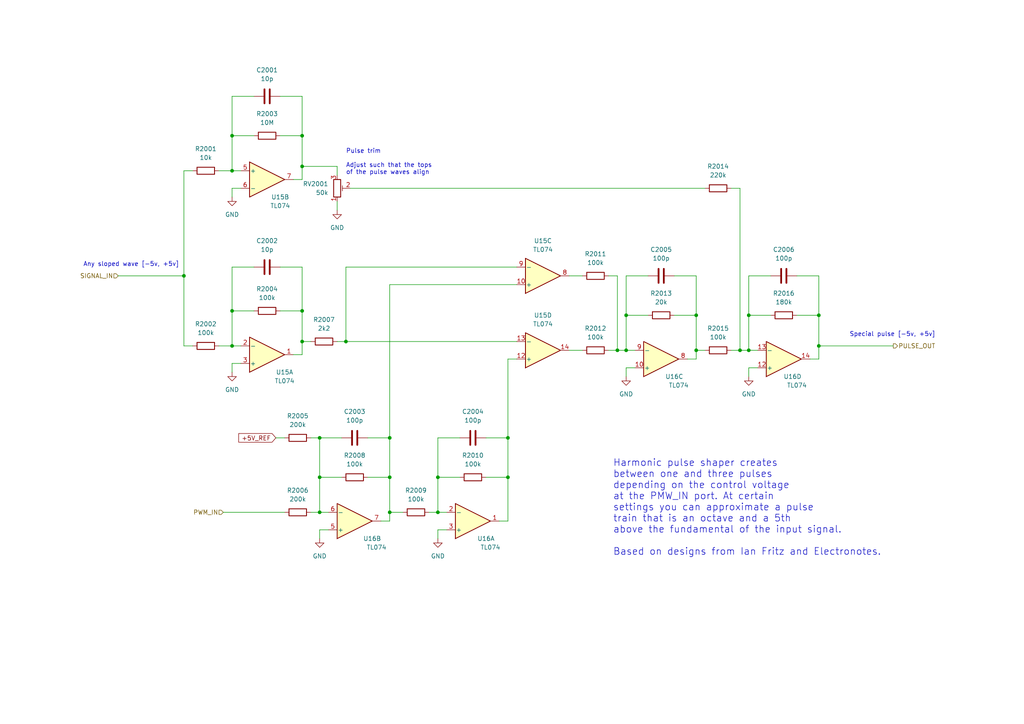
<source format=kicad_sch>
(kicad_sch (version 20230121) (generator eeschema)
  (paper "A4")
  (title_block (title "Josh Ox Ribon Synth Main VCO board") (date "2022-07-23") (rev "0.1") (comment 2 "creativecommons.org/licenses/by/4.0") (comment 3 "license: CC by 4.0") (comment 4 "Author: Jordan Acete"))
  (lib_symbols
    (symbol "Amplifier_Operational:TL074" (pin_names (offset 0.127))
      (property "Reference" "U" (at 0 5.08 0))
      (property "Value" "TL074" (at 0 -5.08 0))
      (symbol "TL074_1_1"
        (polyline (pts (xy -5.08 5.08) (xy 5.08 0) (xy -5.08 -5.08) (xy -5.08 5.08)) (stroke (width 0.254)) (fill (type background)))
        (pin output line (at 7.62 0 180) (length 2.54) (name "~") (number "1"))
        (pin input line (at -7.62 -2.54 0) (length 2.54) (name "-") (number "2"))
        (pin input line (at -7.62 2.54 0) (length 2.54) (name "+") (number "3"))
      )
      (symbol "TL074_2_1"
        (polyline (pts (xy -5.08 5.08) (xy 5.08 0) (xy -5.08 -5.08) (xy -5.08 5.08)) (stroke (width 0.254)) (fill (type background)))
        (pin input line (at -7.62 2.54 0) (length 2.54) (name "+") (number "5"))
        (pin input line (at -7.62 -2.54 0) (length 2.54) (name "-") (number "6"))
        (pin output line (at 7.62 0 180) (length 2.54) (name "~") (number "7"))
      )
      (symbol "TL074_3_1"
        (polyline (pts (xy -5.08 5.08) (xy 5.08 0) (xy -5.08 -5.08) (xy -5.08 5.08)) (stroke (width 0.254)) (fill (type background)))
        (pin input line (at -7.62 2.54 0) (length 2.54) (name "+") (number "10"))
        (pin output line (at 7.62 0 180) (length 2.54) (name "~") (number "8"))
        (pin input line (at -7.62 -2.54 0) (length 2.54) (name "-") (number "9"))
      )
      (symbol "TL074_4_1"
        (polyline (pts (xy -5.08 5.08) (xy 5.08 0) (xy -5.08 -5.08) (xy -5.08 5.08)) (stroke (width 0.254)) (fill (type background)))
        (pin input line (at -7.62 2.54 0) (length 2.54) (name "+") (number "12"))
        (pin input line (at -7.62 -2.54 0) (length 2.54) (name "-") (number "13"))
        (pin output line (at 7.62 0 180) (length 2.54) (name "~") (number "14"))
      )
      (symbol "TL074_5_1"
        (pin power_in line (at -2.54 -7.62 90) (length 3.81) (name "V-") (number "11"))
        (pin power_in line (at -2.54 7.62 270) (length 3.81) (name "V+") (number "4"))
      )
    )
    (symbol "Device:C" (pin_numbers hide) (pin_names (offset 0.254))
      (property "Reference" "C" (at 0.635 2.54 0))
      (property "Value" "C" (at 0.635 -2.54 0))
      (symbol "C_0_1"
        (polyline (pts (xy -2.032 -0.762) (xy 2.032 -0.762)) (stroke (width 0.508)))
        (polyline (pts (xy -2.032 0.762) (xy 2.032 0.762)) (stroke (width 0.508)))
      )
      (symbol "C_1_1"
        (pin passive line (at 0 3.81 270) (length 2.794) (name "~") (number "1"))
        (pin passive line (at 0 -3.81 90) (length 2.794) (name "~") (number "2"))
      )
    )
    (symbol "Device:R" (pin_numbers hide) (pin_names (offset 0))
      (property "Reference" "R" (at 2.032 0 90))
      (property "Value" "R" (at 0 0 90))
      (symbol "R_0_1"
        (rectangle (start -1.016 -2.54) (end 1.016 2.54) (stroke (width 0.254)))
      )
      (symbol "R_1_1"
        (pin passive line (at 0 3.81 270) (length 1.27) (name "~") (number "1"))
        (pin passive line (at 0 -3.81 90) (length 1.27) (name "~") (number "2"))
      )
    )
    (symbol "Device:R_Potentiometer_Trim" (pin_names (offset 1.016) hide)
      (property "Reference" "RV" (at -4.445 0 90))
      (property "Value" "R_Potentiometer_Trim" (at -2.54 0 90))
      (symbol "R_Potentiometer_Trim_0_1"
        (polyline (pts (xy 1.524 0.762) (xy 1.524 -0.762)))
        (polyline (pts (xy 2.54 0) (xy 1.524 0)))
        (rectangle (start 1.016 2.54) (end -1.016 -2.54) (stroke (width 0.254)))
      )
      (symbol "R_Potentiometer_Trim_1_1"
        (pin passive line (at 0 3.81 270) (length 1.27) (name "1") (number "1"))
        (pin passive line (at 3.81 0 180) (length 1.27) (name "2") (number "2"))
        (pin passive line (at 0 -3.81 90) (length 1.27) (name "3") (number "3"))
      )
    )
    (symbol "power:GND" (power) (pin_names (offset 0))
      (property "Value" "GND" (at 0 -3.81 0))
      (symbol "GND_0_1"
        (polyline (pts (xy 0 0) (xy 0 -1.27) (xy 1.27 -1.27) (xy 0 -2.54) (xy -1.27 -1.27) (xy 0 -1.27)))
      )
      (symbol "GND_1_1"
        (pin power_in line (at 0 0 270) (length 0) hide (name "GND") (number "1"))
      )
    )
  )
  (junction (at 181.61 101.6))
  (junction (at 53.34 80.01))
  (junction (at 113.03 127))
  (junction (at 179.07 101.6))
  (junction (at 201.93 101.6))
  (junction (at 237.49 91.44))
  (junction (at 87.63 48.26))
  (junction (at 201.93 91.44))
  (junction (at 67.31 100.33))
  (junction (at 147.32 127))
  (junction (at 87.63 90.17))
  (junction (at 147.32 138.43))
  (junction (at 113.03 138.43))
  (junction (at 127 148.59))
  (junction (at 67.31 90.17))
  (junction (at 92.71 148.59))
  (junction (at 100.33 99.06))
  (junction (at 214.63 101.6))
  (junction (at 113.03 148.59))
  (junction (at 217.17 101.6))
  (junction (at 92.71 138.43))
  (junction (at 87.63 39.37))
  (junction (at 92.71 127))
  (junction (at 237.49 100.33))
  (junction (at 217.17 91.44))
  (junction (at 87.63 99.06))
  (junction (at 67.31 39.37))
  (junction (at 67.31 49.53))
  (junction (at 181.61 91.44))
  (junction (at 127 138.43))
  (wire (pts (xy 85.09 52.07) (xy 87.63 52.07)))
  (wire (pts (xy 97.79 99.06) (xy 100.33 99.06)))
  (wire (pts (xy 87.63 90.17) (xy 81.28 90.17)))
  (wire (pts (xy 223.52 91.44) (xy 217.17 91.44)))
  (wire (pts (xy 87.63 27.94) (xy 87.63 39.37)))
  (wire (pts (xy 201.93 80.01) (xy 201.93 91.44)))
  (wire (pts (xy 53.34 100.33) (xy 55.88 100.33)))
  (wire (pts (xy 92.71 127) (xy 92.71 138.43)))
  (wire (pts (xy 97.79 58.42) (xy 97.79 60.96)))
  (wire (pts (xy 97.79 48.26) (xy 97.79 50.8)))
  (wire (pts (xy 81.28 27.94) (xy 87.63 27.94)))
  (wire (pts (xy 73.66 77.47) (xy 67.31 77.47)))
  (wire (pts (xy 217.17 80.01) (xy 217.17 91.44)))
  (wire (pts (xy 63.5 100.33) (xy 67.31 100.33)))
  (wire (pts (xy 113.03 148.59) (xy 113.03 151.13)))
  (wire (pts (xy 67.31 90.17) (xy 73.66 90.17)))
  (wire (pts (xy 237.49 91.44) (xy 231.14 91.44)))
  (wire (pts (xy 69.85 49.53) (xy 67.31 49.53)))
  (wire (pts (xy 217.17 109.22) (xy 217.17 106.68)))
  (wire (pts (xy 147.32 127) (xy 147.32 138.43)))
  (wire (pts (xy 187.96 80.01) (xy 181.61 80.01)))
  (wire (pts (xy 165.1 80.01) (xy 168.91 80.01)))
  (wire (pts (xy 199.39 104.14) (xy 201.93 104.14)))
  (wire (pts (xy 87.63 39.37) (xy 81.28 39.37)))
  (wire (pts (xy 147.32 138.43) (xy 147.32 151.13)))
  (wire (pts (xy 87.63 90.17) (xy 87.63 77.47)))
  (wire (pts (xy 133.35 138.43) (xy 127 138.43)))
  (wire (pts (xy 181.61 91.44) (xy 181.61 101.6)))
  (wire (pts (xy 113.03 127) (xy 113.03 138.43)))
  (wire (pts (xy 127 138.43) (xy 127 148.59)))
  (wire (pts (xy 67.31 77.47) (xy 67.31 90.17)))
  (wire (pts (xy 99.06 138.43) (xy 92.71 138.43)))
  (wire (pts (xy 113.03 138.43) (xy 113.03 148.59)))
  (wire (pts (xy 237.49 100.33) (xy 259.08 100.33)))
  (wire (pts (xy 64.77 148.59) (xy 82.55 148.59)))
  (wire (pts (xy 212.09 101.6) (xy 214.63 101.6)))
  (wire (pts (xy 176.53 101.6) (xy 179.07 101.6)))
  (wire (pts (xy 67.31 100.33) (xy 67.31 90.17)))
  (wire (pts (xy 201.93 91.44) (xy 201.93 101.6)))
  (wire (pts (xy 85.09 102.87) (xy 87.63 102.87)))
  (wire (pts (xy 147.32 127) (xy 147.32 104.14)))
  (wire (pts (xy 67.31 54.61) (xy 69.85 54.61)))
  (wire (pts (xy 73.66 27.94) (xy 67.31 27.94)))
  (wire (pts (xy 53.34 49.53) (xy 53.34 80.01)))
  (wire (pts (xy 113.03 138.43) (xy 106.68 138.43)))
  (wire (pts (xy 67.31 54.61) (xy 67.31 57.15)))
  (wire (pts (xy 67.31 39.37) (xy 73.66 39.37)))
  (wire (pts (xy 181.61 80.01) (xy 181.61 91.44)))
  (wire (pts (xy 34.29 80.01) (xy 53.34 80.01)))
  (wire (pts (xy 106.68 127) (xy 113.03 127)))
  (wire (pts (xy 179.07 80.01) (xy 179.07 101.6)))
  (wire (pts (xy 181.61 106.68) (xy 184.15 106.68)))
  (wire (pts (xy 217.17 106.68) (xy 219.71 106.68)))
  (wire (pts (xy 149.86 77.47) (xy 100.33 77.47)))
  (wire (pts (xy 101.6 54.61) (xy 204.47 54.61)))
  (wire (pts (xy 87.63 99.06) (xy 90.17 99.06)))
  (wire (pts (xy 87.63 99.06) (xy 87.63 90.17)))
  (wire (pts (xy 53.34 80.01) (xy 53.34 100.33)))
  (wire (pts (xy 113.03 148.59) (xy 116.84 148.59)))
  (wire (pts (xy 147.32 104.14) (xy 149.86 104.14)))
  (wire (pts (xy 147.32 138.43) (xy 140.97 138.43)))
  (wire (pts (xy 237.49 104.14) (xy 237.49 100.33)))
  (wire (pts (xy 214.63 54.61) (xy 214.63 101.6)))
  (wire (pts (xy 87.63 52.07) (xy 87.63 48.26)))
  (wire (pts (xy 165.1 101.6) (xy 168.91 101.6)))
  (wire (pts (xy 100.33 77.47) (xy 100.33 99.06)))
  (wire (pts (xy 133.35 127) (xy 127 127)))
  (wire (pts (xy 201.93 91.44) (xy 195.58 91.44)))
  (wire (pts (xy 237.49 100.33) (xy 237.49 91.44)))
  (wire (pts (xy 127 148.59) (xy 129.54 148.59)))
  (wire (pts (xy 110.49 151.13) (xy 113.03 151.13)))
  (wire (pts (xy 113.03 82.55) (xy 149.86 82.55)))
  (wire (pts (xy 92.71 138.43) (xy 92.71 148.59)))
  (wire (pts (xy 234.95 104.14) (xy 237.49 104.14)))
  (wire (pts (xy 127 156.21) (xy 127 153.67)))
  (wire (pts (xy 81.28 77.47) (xy 87.63 77.47)))
  (wire (pts (xy 55.88 49.53) (xy 53.34 49.53)))
  (wire (pts (xy 80.01 127) (xy 82.55 127)))
  (wire (pts (xy 69.85 100.33) (xy 67.31 100.33)))
  (wire (pts (xy 217.17 91.44) (xy 217.17 101.6)))
  (wire (pts (xy 179.07 101.6) (xy 181.61 101.6)))
  (wire (pts (xy 113.03 82.55) (xy 113.03 127)))
  (wire (pts (xy 187.96 91.44) (xy 181.61 91.44)))
  (wire (pts (xy 144.78 151.13) (xy 147.32 151.13)))
  (wire (pts (xy 237.49 80.01) (xy 237.49 91.44)))
  (wire (pts (xy 217.17 101.6) (xy 219.71 101.6)))
  (wire (pts (xy 195.58 80.01) (xy 201.93 80.01)))
  (wire (pts (xy 201.93 104.14) (xy 201.93 101.6)))
  (wire (pts (xy 90.17 127) (xy 92.71 127)))
  (wire (pts (xy 223.52 80.01) (xy 217.17 80.01)))
  (wire (pts (xy 92.71 156.21) (xy 92.71 153.67)))
  (wire (pts (xy 87.63 102.87) (xy 87.63 99.06)))
  (wire (pts (xy 201.93 101.6) (xy 204.47 101.6)))
  (wire (pts (xy 67.31 107.95) (xy 67.31 105.41)))
  (wire (pts (xy 67.31 27.94) (xy 67.31 39.37)))
  (wire (pts (xy 67.31 105.41) (xy 69.85 105.41)))
  (wire (pts (xy 212.09 54.61) (xy 214.63 54.61)))
  (wire (pts (xy 127 127) (xy 127 138.43)))
  (wire (pts (xy 92.71 127) (xy 99.06 127)))
  (wire (pts (xy 92.71 153.67) (xy 95.25 153.67)))
  (wire (pts (xy 124.46 148.59) (xy 127 148.59)))
  (wire (pts (xy 181.61 109.22) (xy 181.61 106.68)))
  (wire (pts (xy 181.61 101.6) (xy 184.15 101.6)))
  (wire (pts (xy 231.14 80.01) (xy 237.49 80.01)))
  (wire (pts (xy 92.71 148.59) (xy 95.25 148.59)))
  (wire (pts (xy 100.33 99.06) (xy 149.86 99.06)))
  (wire (pts (xy 140.97 127) (xy 147.32 127)))
  (wire (pts (xy 127 153.67) (xy 129.54 153.67)))
  (wire (pts (xy 67.31 49.53) (xy 67.31 39.37)))
  (wire (pts (xy 87.63 48.26) (xy 87.63 39.37)))
  (wire (pts (xy 90.17 148.59) (xy 92.71 148.59)))
  (wire (pts (xy 63.5 49.53) (xy 67.31 49.53)))
  (wire (pts (xy 176.53 80.01) (xy 179.07 80.01)))
  (wire (pts (xy 214.63 101.6) (xy 217.17 101.6)))
  (wire (pts (xy 87.63 48.26) (xy 97.79 48.26)))
  (text "Special pulse [-5v, +5v]" (at 246.38 97.79 0) (effects (font (size 1.27 1.27)) (justify left bottom)))
  (text "Harmonic pulse shaper creates \nbetween one and three pulses \ndepending on the control voltage \nat the PMW_IN port. At certain\nsettings you can approximate a pulse \ntrain that is an octave and a 5th \nabove the fundamental of the input signal.\n\nBased on designs from Ian Fritz and Electronotes." (at 177.8 161.29 0) (effects (font (size 2 2)) (justify left bottom)))
  (text "Any sloped wave [-5v, +5v]" (at 24.13 77.47 0) (effects (font (size 1.27 1.27)) (justify left bottom)))
  (text "Pulse trim\n\nAdjust such that the tops \nof the pulse waves align" (at 100.33 50.8 0) (effects (font (size 1.27 1.27)) (justify left bottom)))
  (global_label "+5V_REF" (shape input) (at 80.01 127 180) (property "Intersheetrefs" "${INTERSHEET_REFS}" (effects hide)))
  (hierarchical_label "SIGNAL_IN" (shape input) (at 34.29 80.01 180))
  (hierarchical_label "PULSE_OUT" (shape output) (at 259.08 100.33 0))
  (hierarchical_label "PWM_IN" (shape input) (at 64.77 148.59 180))
  (symbol (lib_id "Device:C") (at 191.77 80.01 90) (unit 1)
    (property "Reference" "C2005" (at 191.77 72.39 90))
    (property "Value" "100p" (at 191.77 74.93 90))
    (property "Footprint" "Capacitor_SMD:C_0805_2012Metric" (effects hide))
  )
  (symbol (lib_id "Device:R") (at 86.36 148.59 90) (unit 1)
    (property "Reference" "R2006" (at 86.36 142.24 90))
    (property "Value" "200k" (at 86.36 144.78 90))
    (property "Footprint" "Resistor_SMD:R_0805_2012Metric" (effects hide))
  )
  (symbol (lib_id "Device:C") (at 137.16 127 90) (unit 1)
    (property "Reference" "C2004" (at 137.16 119.38 90))
    (property "Value" "100p" (at 137.16 121.92 90))
    (property "Footprint" "Capacitor_SMD:C_0805_2012Metric" (effects hide))
  )
  (symbol (lib_id "Device:R") (at 191.77 91.44 90) (unit 1)
    (property "Reference" "R2013" (at 191.77 85.09 90))
    (property "Value" "20k" (at 191.77 87.63 90))
    (property "Footprint" "Resistor_SMD:R_0805_2012Metric" (effects hide))
  )
  (symbol (lib_id "Amplifier_Operational:TL074") (at 137.16 151.13 0) (mirror x) (unit 1)
    (property "Reference" "U16" (at 140.97 156.21 0))
    (property "Value" "TL074" (at 142.24 158.75 0))
    (property "Footprint" "Package_SO:SOIC-14_3.9x8.7mm_P1.27mm" (effects hide))
    (property "Datasheet" "http://www.ti.com/lit/ds/symlink/tl071.pdf" (effects hide))
  )
  (symbol (lib_id "power:GND") (at 217.17 109.22 0) (unit 1)
    (property "Reference" "#PWR02007" (effects hide))
    (property "Value" "GND" (at 217.17 114.3 0))
  )
  (symbol (lib_id "Device:R") (at 77.47 39.37 90) (unit 1)
    (property "Reference" "R2003" (at 77.47 33.02 90))
    (property "Value" "10M" (at 77.47 35.56 90))
    (property "Footprint" "Resistor_SMD:R_0805_2012Metric" (effects hide))
  )
  (symbol (lib_id "Device:R") (at 172.72 80.01 90) (unit 1)
    (property "Reference" "R2011" (at 172.72 73.66 90))
    (property "Value" "100k" (at 172.72 76.2 90))
    (property "Footprint" "Resistor_SMD:R_0805_2012Metric" (effects hide))
  )
  (symbol (lib_id "Device:R") (at 59.69 100.33 90) (unit 1)
    (property "Reference" "R2002" (at 59.69 93.98 90))
    (property "Value" "100k" (at 59.69 96.52 90))
    (property "Footprint" "Resistor_SMD:R_0805_2012Metric" (effects hide))
  )
  (symbol (lib_id "Amplifier_Operational:TL074") (at 157.48 101.6 0) (mirror x) (unit 4)
    (property "Reference" "U15" (at 157.48 91.44 0))
    (property "Value" "TL074" (at 157.48 93.98 0))
    (property "Footprint" "Package_SO:SOIC-14_3.9x8.7mm_P1.27mm" (effects hide))
    (property "Datasheet" "http://www.ti.com/lit/ds/symlink/tl071.pdf" (effects hide))
  )
  (symbol (lib_id "Device:R") (at 93.98 99.06 90) (unit 1)
    (property "Reference" "R2007" (at 93.98 92.71 90))
    (property "Value" "2k2" (at 93.98 95.25 90))
    (property "Footprint" "Resistor_SMD:R_0805_2012Metric" (effects hide))
  )
  (symbol (lib_id "Device:R") (at 227.33 91.44 90) (unit 1)
    (property "Reference" "R2016" (at 227.33 85.09 90))
    (property "Value" "180k" (at 227.33 87.63 90))
    (property "Footprint" "Resistor_SMD:R_0805_2012Metric" (effects hide))
  )
  (symbol (lib_id "power:GND") (at 127 156.21 0) (unit 1)
    (property "Reference" "#PWR02005" (effects hide))
    (property "Value" "GND" (at 127 161.29 0))
  )
  (symbol (lib_id "power:GND") (at 67.31 107.95 0) (unit 1)
    (property "Reference" "#PWR02002" (effects hide))
    (property "Value" "GND" (at 67.31 113.03 0))
  )
  (symbol (lib_id "Device:R") (at 172.72 101.6 90) (unit 1)
    (property "Reference" "R2012" (at 172.72 95.25 90))
    (property "Value" "100k" (at 172.72 97.79 90))
    (property "Footprint" "Resistor_SMD:R_0805_2012Metric" (effects hide))
  )
  (symbol (lib_id "Device:C") (at 77.47 77.47 90) (unit 1)
    (property "Reference" "C2002" (at 77.47 69.85 90))
    (property "Value" "10p" (at 77.47 72.39 90))
    (property "Footprint" "Capacitor_SMD:C_0805_2012Metric" (effects hide))
  )
  (symbol (lib_id "Device:R_Potentiometer_Trim") (at 97.79 54.61 0) (mirror x) (unit 1)
    (property "Reference" "RV2001" (at 95.25 53.3399 0) (effects (justify right)))
    (property "Value" "50k" (at 95.25 55.8799 0) (effects (justify right)))
    (property "Footprint" "Potentiometer_THT:Potentiometer_Bourns_3296W_Vertical" (effects hide))
  )
  (symbol (lib_id "Device:R") (at 208.28 54.61 90) (unit 1)
    (property "Reference" "R2014" (at 208.28 48.26 90))
    (property "Value" "220k" (at 208.28 50.8 90))
    (property "Footprint" "Resistor_SMD:R_0805_2012Metric" (effects hide))
  )
  (symbol (lib_id "Amplifier_Operational:TL074") (at 157.48 80.01 0) (mirror x) (unit 3)
    (property "Reference" "U15" (at 157.48 69.85 0))
    (property "Value" "TL074" (at 157.48 72.39 0))
    (property "Footprint" "Package_SO:SOIC-14_3.9x8.7mm_P1.27mm" (effects hide))
    (property "Datasheet" "http://www.ti.com/lit/ds/symlink/tl071.pdf" (effects hide))
  )
  (symbol (lib_id "Amplifier_Operational:TL074") (at 77.47 102.87 0) (mirror x) (unit 1)
    (property "Reference" "U15" (at 82.55 107.95 0))
    (property "Value" "TL074" (at 82.55 110.49 0))
    (property "Footprint" "Package_SO:SOIC-14_3.9x8.7mm_P1.27mm" (effects hide))
    (property "Datasheet" "http://www.ti.com/lit/ds/symlink/tl071.pdf" (effects hide))
  )
  (symbol (lib_id "Device:C") (at 227.33 80.01 90) (unit 1)
    (property "Reference" "C2006" (at 227.33 72.39 90))
    (property "Value" "100p" (at 227.33 74.93 90))
    (property "Footprint" "Capacitor_SMD:C_0805_2012Metric" (effects hide))
  )
  (symbol (lib_id "power:GND") (at 67.31 57.15 0) (unit 1)
    (property "Reference" "#PWR02001" (effects hide))
    (property "Value" "GND" (at 67.31 62.23 0))
  )
  (symbol (lib_id "power:GND") (at 181.61 109.22 0) (unit 1)
    (property "Reference" "#PWR02006" (effects hide))
    (property "Value" "GND" (at 181.61 114.3 0))
  )
  (symbol (lib_id "Device:C") (at 77.47 27.94 90) (unit 1)
    (property "Reference" "C2001" (at 77.47 20.32 90))
    (property "Value" "10p" (at 77.47 22.86 90))
    (property "Footprint" "Capacitor_SMD:C_0805_2012Metric" (effects hide))
  )
  (symbol (lib_id "Device:C") (at 102.87 127 90) (unit 1)
    (property "Reference" "C2003" (at 102.87 119.38 90))
    (property "Value" "100p" (at 102.87 121.92 90))
    (property "Footprint" "Capacitor_SMD:C_0805_2012Metric" (effects hide))
  )
  (symbol (lib_id "power:GND") (at 92.71 156.21 0) (unit 1)
    (property "Reference" "#PWR02003" (effects hide))
    (property "Value" "GND" (at 92.71 161.29 0))
  )
  (symbol (lib_id "Amplifier_Operational:TL074") (at 227.33 104.14 0) (mirror x) (unit 4)
    (property "Reference" "U16" (at 229.87 109.22 0))
    (property "Value" "TL074" (at 231.14 111.76 0))
    (property "Footprint" "Package_SO:SOIC-14_3.9x8.7mm_P1.27mm" (effects hide))
    (property "Datasheet" "http://www.ti.com/lit/ds/symlink/tl071.pdf" (effects hide))
  )
  (symbol (lib_id "Device:R") (at 59.69 49.53 90) (unit 1)
    (property "Reference" "R2001" (at 59.69 43.18 90))
    (property "Value" "10k" (at 59.69 45.72 90))
    (property "Footprint" "Resistor_SMD:R_0805_2012Metric" (effects hide))
  )
  (symbol (lib_id "Device:R") (at 86.36 127 90) (unit 1)
    (property "Reference" "R2005" (at 86.36 120.65 90))
    (property "Value" "200k" (at 86.36 123.19 90))
    (property "Footprint" "Resistor_SMD:R_0805_2012Metric" (effects hide))
  )
  (symbol (lib_id "Amplifier_Operational:TL074") (at 77.47 52.07 0) (unit 2)
    (property "Reference" "U15" (at 81.28 57.15 0))
    (property "Value" "TL074" (at 81.28 59.69 0))
    (property "Footprint" "Package_SO:SOIC-14_3.9x8.7mm_P1.27mm" (effects hide))
    (property "Datasheet" "http://www.ti.com/lit/ds/symlink/tl071.pdf" (effects hide))
  )
  (symbol (lib_id "power:GND") (at 97.79 60.96 0) (unit 1)
    (property "Reference" "#PWR02004" (effects hide))
    (property "Value" "GND" (at 97.79 66.04 0))
  )
  (symbol (lib_id "Amplifier_Operational:TL074") (at 191.77 104.14 0) (mirror x) (unit 3)
    (property "Reference" "U16" (at 195.58 109.22 0))
    (property "Value" "TL074" (at 196.85 111.76 0))
    (property "Footprint" "Package_SO:SOIC-14_3.9x8.7mm_P1.27mm" (effects hide))
    (property "Datasheet" "http://www.ti.com/lit/ds/symlink/tl071.pdf" (effects hide))
  )
  (symbol (lib_id "Device:R") (at 137.16 138.43 90) (unit 1)
    (property "Reference" "R2010" (at 137.16 132.08 90))
    (property "Value" "100k" (at 137.16 134.62 90))
    (property "Footprint" "Resistor_SMD:R_0805_2012Metric" (effects hide))
  )
  (symbol (lib_id "Device:R") (at 208.28 101.6 90) (unit 1)
    (property "Reference" "R2015" (at 208.28 95.25 90))
    (property "Value" "100k" (at 208.28 97.79 90))
    (property "Footprint" "Resistor_SMD:R_0805_2012Metric" (effects hide))
  )
  (symbol (lib_id "Amplifier_Operational:TL074") (at 102.87 151.13 0) (mirror x) (unit 2)
    (property "Reference" "U16" (at 107.95 156.21 0))
    (property "Value" "TL074" (at 109.22 158.75 0))
    (property "Footprint" "Package_SO:SOIC-14_3.9x8.7mm_P1.27mm" (effects hide))
    (property "Datasheet" "http://www.ti.com/lit/ds/symlink/tl071.pdf" (effects hide))
  )
  (symbol (lib_id "Device:R") (at 77.47 90.17 90) (unit 1)
    (property "Reference" "R2004" (at 77.47 83.82 90))
    (property "Value" "100k" (at 77.47 86.36 90))
    (property "Footprint" "Resistor_SMD:R_0805_2012Metric" (effects hide))
  )
  (symbol (lib_id "Device:R") (at 102.87 138.43 90) (unit 1)
    (property "Reference" "R2008" (at 102.87 132.08 90))
    (property "Value" "100k" (at 102.87 134.62 90))
    (property "Footprint" "Resistor_SMD:R_0805_2012Metric" (effects hide))
  )
  (symbol (lib_id "Device:R") (at 120.65 148.59 90) (unit 1)
    (property "Reference" "R2009" (at 120.65 142.24 90))
    (property "Value" "100k" (at 120.65 144.78 90))
    (property "Footprint" "Resistor_SMD:R_0805_2012Metric" (effects hide))
  )
)
</source>
